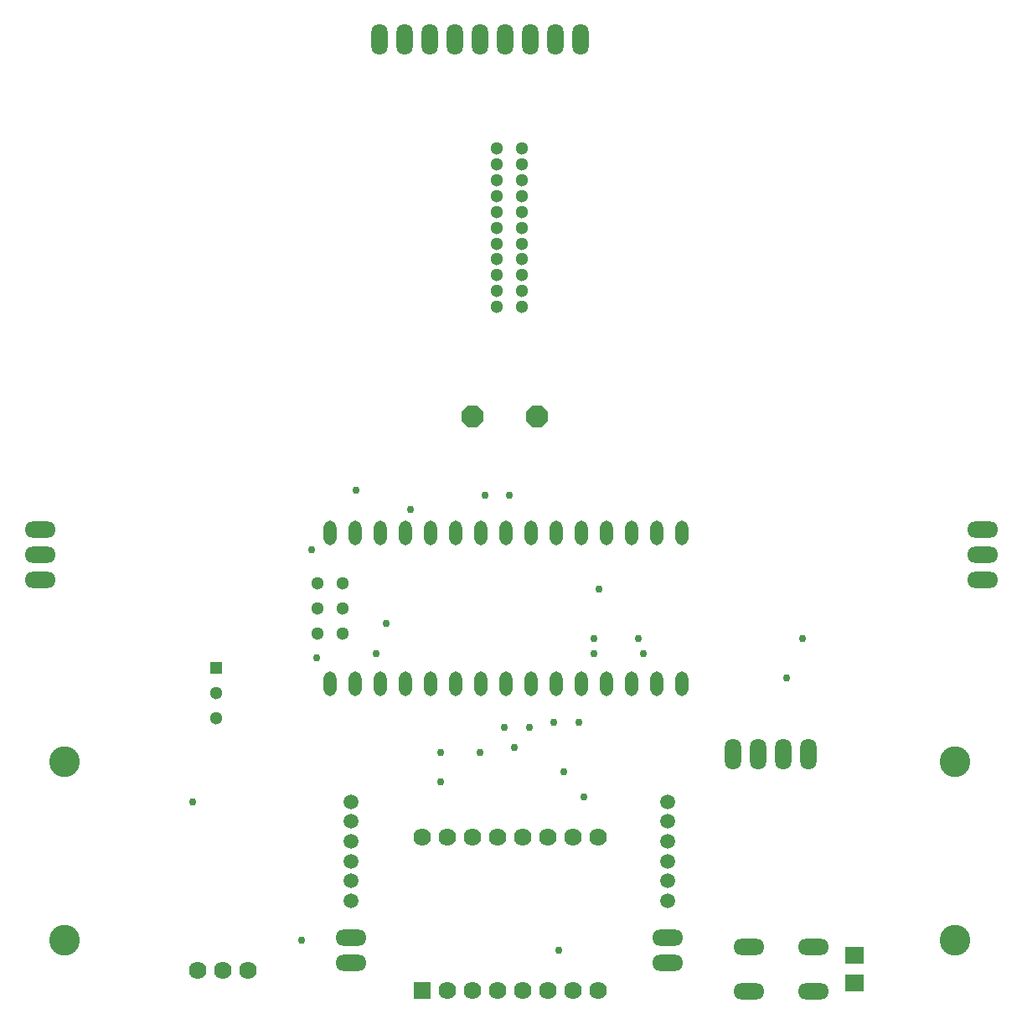
<source format=gts>
G04 Layer_Color=8388736*
%FSLAX42Y42*%
%MOMM*%
G71*
G01*
G75*
%ADD26R,1.90X1.70*%
%ADD27O,3.15X1.63*%
%ADD28C,1.30*%
%ADD29R,1.30X1.30*%
%ADD30O,1.30X2.50*%
%ADD31C,1.78*%
%ADD32R,1.78X1.78*%
%ADD33O,1.63X3.15*%
%ADD34C,1.52*%
%ADD35P,2.37X8X22.5*%
%ADD36C,3.10*%
%ADD37C,1.30*%
%ADD38C,0.76*%
D26*
X3485Y-4734D02*
D03*
Y-4450D02*
D03*
D27*
X1600Y-4273D02*
D03*
Y-4527D02*
D03*
X-1600Y-4273D02*
D03*
Y-4527D02*
D03*
X-4746Y-147D02*
D03*
Y-401D02*
D03*
Y-655D02*
D03*
X4779D02*
D03*
Y-401D02*
D03*
Y-147D02*
D03*
X3072Y-4818D02*
D03*
Y-4366D02*
D03*
X2422Y-4818D02*
D03*
Y-4366D02*
D03*
D28*
X-2968Y-2052D02*
D03*
Y-1798D02*
D03*
X-1943Y-1199D02*
D03*
Y-945D02*
D03*
Y-691D02*
D03*
X-1689Y-1199D02*
D03*
Y-945D02*
D03*
Y-691D02*
D03*
D29*
X-2968Y-1544D02*
D03*
D30*
X-800Y-183D02*
D03*
X-546D02*
D03*
X-292D02*
D03*
X-38D02*
D03*
X-1054D02*
D03*
X1232D02*
D03*
X1486D02*
D03*
X1232Y-1707D02*
D03*
X1486D02*
D03*
X1740D02*
D03*
Y-183D02*
D03*
X978D02*
D03*
X724D02*
D03*
X470D02*
D03*
X216D02*
D03*
X-1308D02*
D03*
X-1562D02*
D03*
X-1816D02*
D03*
X978Y-1707D02*
D03*
X724D02*
D03*
X470D02*
D03*
X216D02*
D03*
X-38D02*
D03*
X-292D02*
D03*
X-546D02*
D03*
X-800D02*
D03*
X-1054D02*
D03*
X-1308D02*
D03*
X-1562D02*
D03*
X-1816D02*
D03*
D31*
X892Y-3254D02*
D03*
X638D02*
D03*
X384D02*
D03*
X130D02*
D03*
X-124D02*
D03*
X-378D02*
D03*
X-632D02*
D03*
X892Y-4804D02*
D03*
X638D02*
D03*
X384D02*
D03*
X130D02*
D03*
X-124D02*
D03*
X-378D02*
D03*
X-632D02*
D03*
X-886Y-3254D02*
D03*
X-2645Y-4601D02*
D03*
X-3153D02*
D03*
X-2899D02*
D03*
D32*
X-886Y-4804D02*
D03*
D33*
X-1316Y4800D02*
D03*
X-1062D02*
D03*
X-808D02*
D03*
X-554D02*
D03*
X-300D02*
D03*
X-46D02*
D03*
X208D02*
D03*
X462D02*
D03*
X716D02*
D03*
X3022Y-2420D02*
D03*
X2768D02*
D03*
X2514D02*
D03*
X2260D02*
D03*
D34*
X-1600Y-2900D02*
D03*
Y-3100D02*
D03*
Y-3300D02*
D03*
Y-3500D02*
D03*
Y-3700D02*
D03*
Y-3900D02*
D03*
X1600D02*
D03*
Y-3700D02*
D03*
Y-3500D02*
D03*
Y-3300D02*
D03*
Y-3100D02*
D03*
Y-2900D02*
D03*
D35*
X278Y996D02*
D03*
X-372D02*
D03*
D36*
X-4500Y-2500D02*
D03*
X4500D02*
D03*
X-4500Y-4300D02*
D03*
X4500D02*
D03*
D37*
X-127Y3060D02*
D03*
X126D02*
D03*
Y2900D02*
D03*
X-127D02*
D03*
X126Y3220D02*
D03*
X-127D02*
D03*
X126Y3380D02*
D03*
X-127D02*
D03*
X126Y3540D02*
D03*
X-127D02*
D03*
X126Y3700D02*
D03*
X-127D02*
D03*
Y2740D02*
D03*
X126D02*
D03*
X-127Y2580D02*
D03*
X126D02*
D03*
X-127Y2420D02*
D03*
X126D02*
D03*
X-127Y2100D02*
D03*
X126D02*
D03*
Y2260D02*
D03*
X-127D02*
D03*
D38*
X50Y-2350D02*
D03*
X-1000Y50D02*
D03*
X-2000Y-350D02*
D03*
X900Y-750D02*
D03*
X1300Y-1250D02*
D03*
X850D02*
D03*
X1350Y-1400D02*
D03*
X850D02*
D03*
X-1350D02*
D03*
X-50Y-2150D02*
D03*
X-300Y-2400D02*
D03*
X550Y-2600D02*
D03*
X450Y-2100D02*
D03*
X700D02*
D03*
X750Y-2850D02*
D03*
X200Y-2150D02*
D03*
X-2100Y-4300D02*
D03*
X-1550Y250D02*
D03*
X500Y-4400D02*
D03*
X2800Y-1650D02*
D03*
X2965Y-1250D02*
D03*
X-3200Y-2900D02*
D03*
X-1250Y-1100D02*
D03*
X-1950Y-1450D02*
D03*
X-700Y-2400D02*
D03*
Y-2700D02*
D03*
X-250Y200D02*
D03*
X-0D02*
D03*
M02*

</source>
